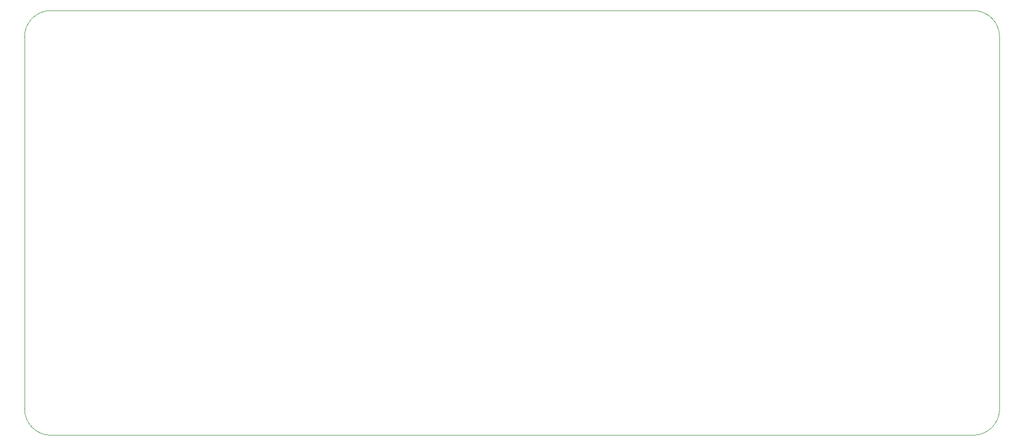
<source format=gbr>
G04 #@! TF.GenerationSoftware,KiCad,Pcbnew,(5.1.6)-1*
G04 #@! TF.CreationDate,2020-08-02T16:50:20-03:00*
G04 #@! TF.ProjectId,Jupiter-II_expansion,4a757069-7465-4722-9d49-495f65787061,rev?*
G04 #@! TF.SameCoordinates,Original*
G04 #@! TF.FileFunction,Profile,NP*
%FSLAX46Y46*%
G04 Gerber Fmt 4.6, Leading zero omitted, Abs format (unit mm)*
G04 Created by KiCad (PCBNEW (5.1.6)-1) date 2020-08-02 16:50:20*
%MOMM*%
%LPD*%
G01*
G04 APERTURE LIST*
G04 #@! TA.AperFunction,Profile*
%ADD10C,0.050000*%
G04 #@! TD*
G04 APERTURE END LIST*
D10*
X219075000Y-62865000D02*
G75*
G02*
X223520000Y-67310000I0J-4445000D01*
G01*
X59055000Y-67310000D02*
G75*
G02*
X63500000Y-62865000I4445000J0D01*
G01*
X219075000Y-62865000D02*
X63500000Y-62865000D01*
X223520000Y-130175000D02*
G75*
G02*
X219075000Y-134620000I-4445000J0D01*
G01*
X63500000Y-134620000D02*
G75*
G02*
X59055000Y-130175000I0J4445000D01*
G01*
X223520000Y-130175000D02*
X223520000Y-67310000D01*
X63500000Y-134620000D02*
X219075000Y-134620000D01*
X59055000Y-130175000D02*
X59055000Y-67310000D01*
M02*

</source>
